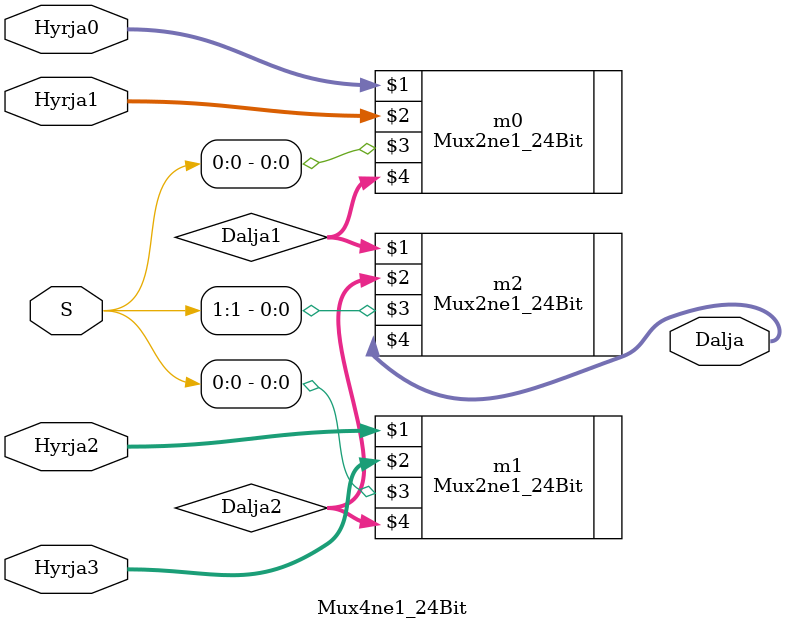
<source format=v>
`timescale 1ns / 1ps


  module Mux4ne1_24Bit(
    input[23:0] Hyrja0,
    input[23:0] Hyrja1,
    input[23:0] Hyrja2,
    input[23:0] Hyrja3,
    input [1:0] S,
    output[23:0] Dalja
    );
    wire [23:0] Dalja1, Dalja2; 
    Mux2ne1_24Bit m0(Hyrja0, Hyrja1, S[0], Dalja1);
    Mux2ne1_24Bit m1(Hyrja2, Hyrja3, S[0], Dalja2);
    Mux2ne1_24Bit m2(Dalja1, Dalja2, S[1], Dalja);
endmodule


</source>
